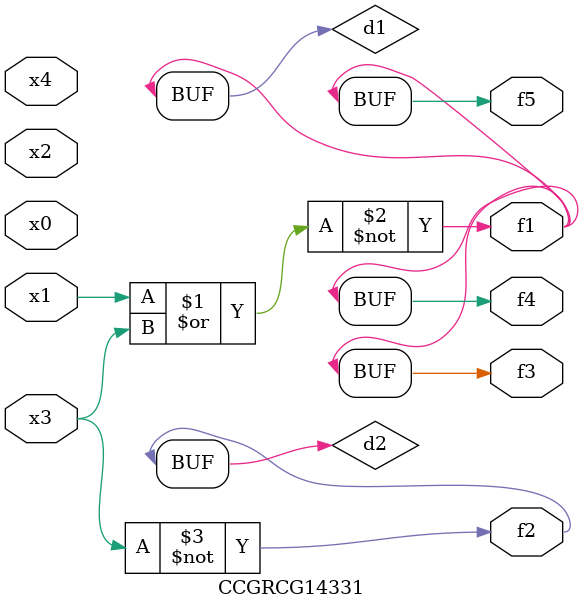
<source format=v>
module CCGRCG14331(
	input x0, x1, x2, x3, x4,
	output f1, f2, f3, f4, f5
);

	wire d1, d2;

	nor (d1, x1, x3);
	not (d2, x3);
	assign f1 = d1;
	assign f2 = d2;
	assign f3 = d1;
	assign f4 = d1;
	assign f5 = d1;
endmodule

</source>
